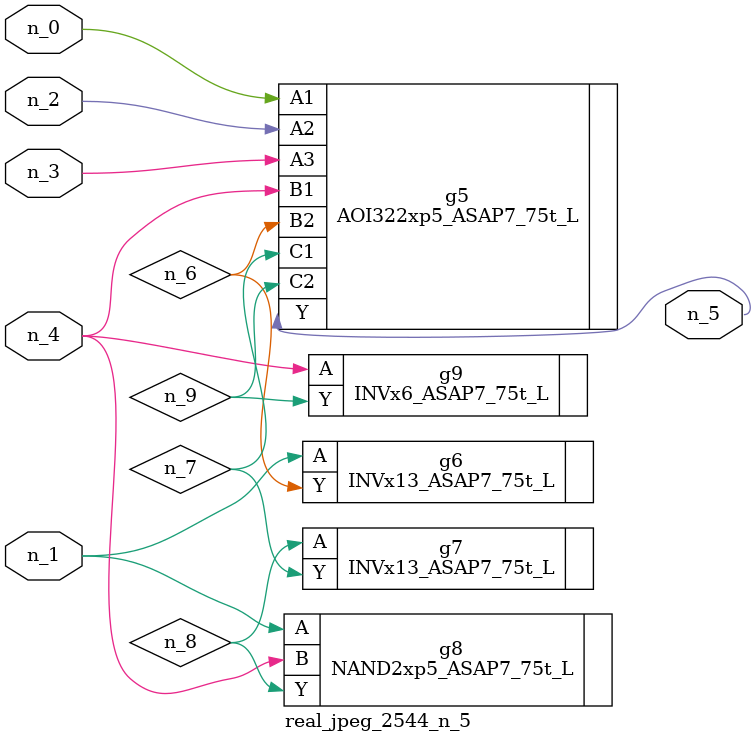
<source format=v>
module real_jpeg_2544_n_5 (n_4, n_0, n_1, n_2, n_3, n_5);

input n_4;
input n_0;
input n_1;
input n_2;
input n_3;

output n_5;

wire n_8;
wire n_6;
wire n_7;
wire n_9;

AOI322xp5_ASAP7_75t_L g5 ( 
.A1(n_0),
.A2(n_2),
.A3(n_3),
.B1(n_4),
.B2(n_6),
.C1(n_7),
.C2(n_9),
.Y(n_5)
);

INVx13_ASAP7_75t_L g6 ( 
.A(n_1),
.Y(n_6)
);

NAND2xp5_ASAP7_75t_L g8 ( 
.A(n_1),
.B(n_4),
.Y(n_8)
);

INVx6_ASAP7_75t_L g9 ( 
.A(n_4),
.Y(n_9)
);

INVx13_ASAP7_75t_L g7 ( 
.A(n_8),
.Y(n_7)
);


endmodule
</source>
